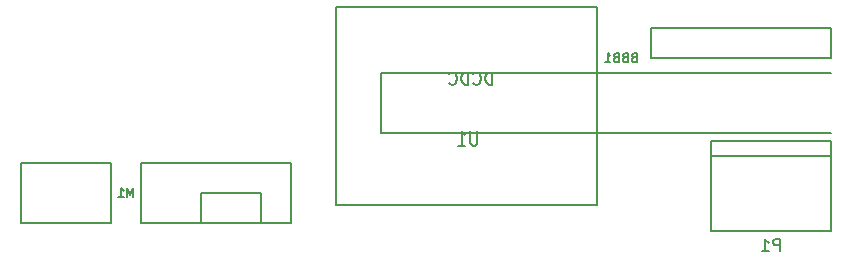
<source format=gbo>
G04 #@! TF.FileFunction,Legend,Bot*
%FSLAX46Y46*%
G04 Gerber Fmt 4.6, Leading zero omitted, Abs format (unit mm)*
G04 Created by KiCad (PCBNEW no-vcs-found-product) date Wed 28 Oct 2015 12:10:27 PM EDT*
%MOMM*%
G01*
G04 APERTURE LIST*
%ADD10C,0.150000*%
%ADD11C,0.152400*%
%ADD12C,0.203200*%
G04 APERTURE END LIST*
D10*
X-1270000Y-1270000D02*
X36830000Y-1270000D01*
X-1270000Y3810000D02*
X36830000Y3810000D01*
X36830000Y5080000D02*
X36830000Y7620000D01*
X36830000Y7620000D02*
X21590000Y7620000D01*
X21590000Y7620000D02*
X21590000Y5080000D01*
X21590000Y5080000D02*
X36830000Y5080000D01*
X-1270000Y3810000D02*
X-1270000Y-1270000D01*
X-16510000Y-8890000D02*
X-21590000Y-8890000D01*
X-21590000Y-8890000D02*
X-21590000Y-3810000D01*
X-21590000Y-3810000D02*
X-8890000Y-3810000D01*
X-8890000Y-3810000D02*
X-8890000Y-8890000D01*
X-8890000Y-8890000D02*
X-11430000Y-8890000D01*
X-31750000Y-3810000D02*
X-24130000Y-3810000D01*
X-24130000Y-3810000D02*
X-24130000Y-8890000D01*
X-24130000Y-8890000D02*
X-31750000Y-8890000D01*
X-31750000Y-8890000D02*
X-31750000Y-3810000D01*
D11*
X-16510000Y-8890000D02*
X-16510000Y-6350000D01*
X-16510000Y-6350000D02*
X-11430000Y-6350000D01*
X-11430000Y-6350000D02*
X-11430000Y-8890000D01*
X-11430000Y-8890000D02*
X-16510000Y-8890000D01*
D10*
X36830000Y-3175000D02*
X26670000Y-3175000D01*
X36830000Y-1905000D02*
X36830000Y-9525000D01*
X36830000Y-9525000D02*
X26670000Y-9525000D01*
X26670000Y-9525000D02*
X26670000Y-1905000D01*
X26670000Y-1905000D02*
X36830000Y-1905000D01*
X17018000Y9398000D02*
X-5080000Y9398000D01*
X-5080000Y9398000D02*
X-5080000Y-7366000D01*
X-5080000Y-7366000D02*
X17018000Y-7366000D01*
X17018000Y-7366000D02*
X17018000Y9398000D01*
D11*
X20120428Y5134429D02*
X20011571Y5098143D01*
X19975286Y5061857D01*
X19939000Y4989286D01*
X19939000Y4880429D01*
X19975286Y4807857D01*
X20011571Y4771571D01*
X20084143Y4735286D01*
X20374428Y4735286D01*
X20374428Y5497286D01*
X20120428Y5497286D01*
X20047857Y5461000D01*
X20011571Y5424714D01*
X19975286Y5352143D01*
X19975286Y5279571D01*
X20011571Y5207000D01*
X20047857Y5170714D01*
X20120428Y5134429D01*
X20374428Y5134429D01*
X19358428Y5134429D02*
X19249571Y5098143D01*
X19213286Y5061857D01*
X19177000Y4989286D01*
X19177000Y4880429D01*
X19213286Y4807857D01*
X19249571Y4771571D01*
X19322143Y4735286D01*
X19612428Y4735286D01*
X19612428Y5497286D01*
X19358428Y5497286D01*
X19285857Y5461000D01*
X19249571Y5424714D01*
X19213286Y5352143D01*
X19213286Y5279571D01*
X19249571Y5207000D01*
X19285857Y5170714D01*
X19358428Y5134429D01*
X19612428Y5134429D01*
X18596428Y5134429D02*
X18487571Y5098143D01*
X18451286Y5061857D01*
X18415000Y4989286D01*
X18415000Y4880429D01*
X18451286Y4807857D01*
X18487571Y4771571D01*
X18560143Y4735286D01*
X18850428Y4735286D01*
X18850428Y5497286D01*
X18596428Y5497286D01*
X18523857Y5461000D01*
X18487571Y5424714D01*
X18451286Y5352143D01*
X18451286Y5279571D01*
X18487571Y5207000D01*
X18523857Y5170714D01*
X18596428Y5134429D01*
X18850428Y5134429D01*
X17689286Y4735286D02*
X18124714Y4735286D01*
X17907000Y4735286D02*
X17907000Y5497286D01*
X17979571Y5388429D01*
X18052143Y5315857D01*
X18124714Y5279571D01*
X-22243144Y-6694714D02*
X-22243144Y-5932714D01*
X-22497144Y-6477000D01*
X-22751144Y-5932714D01*
X-22751144Y-6694714D01*
X-23513143Y-6694714D02*
X-23077715Y-6694714D01*
X-23295429Y-6694714D02*
X-23295429Y-5932714D01*
X-23222858Y-6041571D01*
X-23150286Y-6114143D01*
X-23077715Y-6150429D01*
D10*
X32488095Y-11247381D02*
X32488095Y-10247381D01*
X32107142Y-10247381D01*
X32011904Y-10295000D01*
X31964285Y-10342619D01*
X31916666Y-10437857D01*
X31916666Y-10580714D01*
X31964285Y-10675952D01*
X32011904Y-10723571D01*
X32107142Y-10771190D01*
X32488095Y-10771190D01*
X30964285Y-11247381D02*
X31535714Y-11247381D01*
X31250000Y-11247381D02*
X31250000Y-10247381D01*
X31345238Y-10390238D01*
X31440476Y-10485476D01*
X31535714Y-10533095D01*
D12*
X6870095Y-1082524D02*
X6870095Y-2110619D01*
X6821714Y-2231571D01*
X6773333Y-2292048D01*
X6676571Y-2352524D01*
X6483048Y-2352524D01*
X6386286Y-2292048D01*
X6337905Y-2231571D01*
X6289524Y-2110619D01*
X6289524Y-1082524D01*
X5273524Y-2352524D02*
X5854095Y-2352524D01*
X5563809Y-2352524D02*
X5563809Y-1082524D01*
X5660571Y-1263952D01*
X5757333Y-1384905D01*
X5854095Y-1445381D01*
X8140095Y2842381D02*
X8140095Y3858381D01*
X7898190Y3858381D01*
X7753048Y3810000D01*
X7656286Y3713238D01*
X7607905Y3616476D01*
X7559524Y3422952D01*
X7559524Y3277810D01*
X7607905Y3084286D01*
X7656286Y2987524D01*
X7753048Y2890762D01*
X7898190Y2842381D01*
X8140095Y2842381D01*
X6543524Y2939143D02*
X6591905Y2890762D01*
X6737048Y2842381D01*
X6833810Y2842381D01*
X6978952Y2890762D01*
X7075714Y2987524D01*
X7124095Y3084286D01*
X7172476Y3277810D01*
X7172476Y3422952D01*
X7124095Y3616476D01*
X7075714Y3713238D01*
X6978952Y3810000D01*
X6833810Y3858381D01*
X6737048Y3858381D01*
X6591905Y3810000D01*
X6543524Y3761619D01*
X6108095Y2842381D02*
X6108095Y3858381D01*
X5866190Y3858381D01*
X5721048Y3810000D01*
X5624286Y3713238D01*
X5575905Y3616476D01*
X5527524Y3422952D01*
X5527524Y3277810D01*
X5575905Y3084286D01*
X5624286Y2987524D01*
X5721048Y2890762D01*
X5866190Y2842381D01*
X6108095Y2842381D01*
X4511524Y2939143D02*
X4559905Y2890762D01*
X4705048Y2842381D01*
X4801810Y2842381D01*
X4946952Y2890762D01*
X5043714Y2987524D01*
X5092095Y3084286D01*
X5140476Y3277810D01*
X5140476Y3422952D01*
X5092095Y3616476D01*
X5043714Y3713238D01*
X4946952Y3810000D01*
X4801810Y3858381D01*
X4705048Y3858381D01*
X4559905Y3810000D01*
X4511524Y3761619D01*
M02*

</source>
